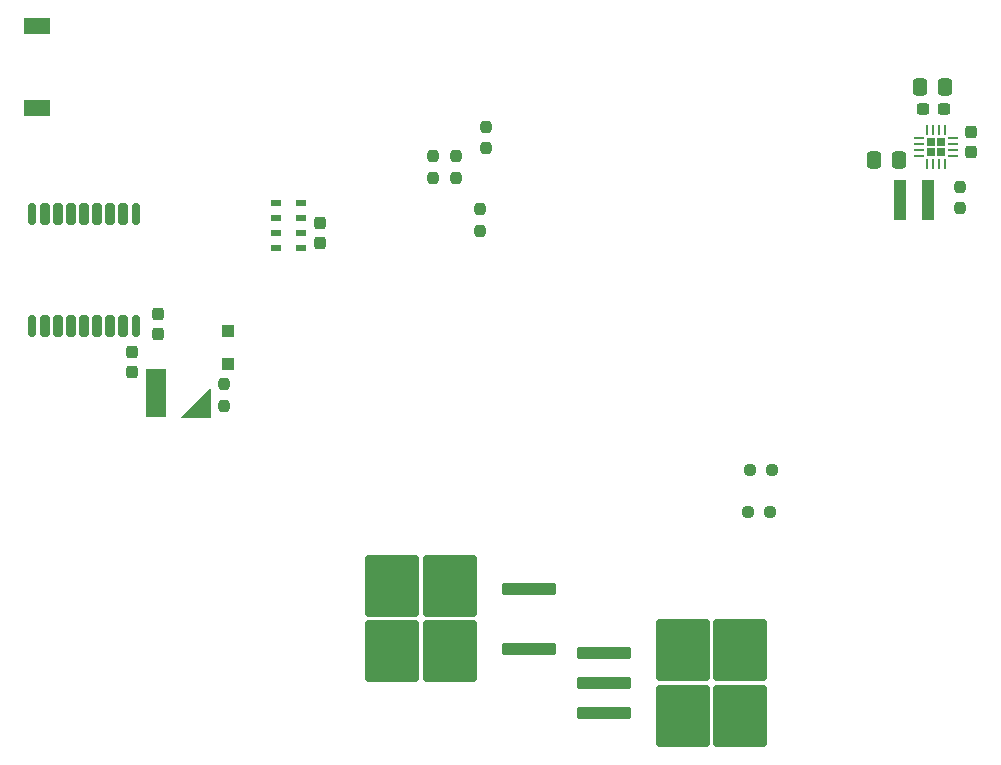
<source format=gtp>
G04 #@! TF.GenerationSoftware,KiCad,Pcbnew,8.0.1*
G04 #@! TF.CreationDate,2024-10-28T21:29:32-04:00*
G04 #@! TF.ProjectId,GHOUL-CloudCruiser,47484f55-4c2d-4436-9c6f-756443727569,rev?*
G04 #@! TF.SameCoordinates,Original*
G04 #@! TF.FileFunction,Paste,Top*
G04 #@! TF.FilePolarity,Positive*
%FSLAX46Y46*%
G04 Gerber Fmt 4.6, Leading zero omitted, Abs format (unit mm)*
G04 Created by KiCad (PCBNEW 8.0.1) date 2024-10-28 21:29:32*
%MOMM*%
%LPD*%
G01*
G04 APERTURE LIST*
G04 Aperture macros list*
%AMRoundRect*
0 Rectangle with rounded corners*
0 $1 Rounding radius*
0 $2 $3 $4 $5 $6 $7 $8 $9 X,Y pos of 4 corners*
0 Add a 4 corners polygon primitive as box body*
4,1,4,$2,$3,$4,$5,$6,$7,$8,$9,$2,$3,0*
0 Add four circle primitives for the rounded corners*
1,1,$1+$1,$2,$3*
1,1,$1+$1,$4,$5*
1,1,$1+$1,$6,$7*
1,1,$1+$1,$8,$9*
0 Add four rect primitives between the rounded corners*
20,1,$1+$1,$2,$3,$4,$5,0*
20,1,$1+$1,$4,$5,$6,$7,0*
20,1,$1+$1,$6,$7,$8,$9,0*
20,1,$1+$1,$8,$9,$2,$3,0*%
G04 Aperture macros list end*
%ADD10C,0.000100*%
%ADD11R,0.980000X3.400000*%
%ADD12RoundRect,0.237500X-0.250000X-0.237500X0.250000X-0.237500X0.250000X0.237500X-0.250000X0.237500X0*%
%ADD13RoundRect,0.237500X-0.237500X0.300000X-0.237500X-0.300000X0.237500X-0.300000X0.237500X0.300000X0*%
%ADD14RoundRect,0.237500X0.237500X-0.250000X0.237500X0.250000X-0.237500X0.250000X-0.237500X-0.250000X0*%
%ADD15R,2.259800X1.362800*%
%ADD16RoundRect,0.237500X-0.300000X-0.237500X0.300000X-0.237500X0.300000X0.237500X-0.300000X0.237500X0*%
%ADD17R,0.950000X0.550000*%
%ADD18RoundRect,0.237500X0.237500X-0.300000X0.237500X0.300000X-0.237500X0.300000X-0.237500X-0.300000X0*%
%ADD19RoundRect,0.182500X0.182500X-0.182500X0.182500X0.182500X-0.182500X0.182500X-0.182500X-0.182500X0*%
%ADD20RoundRect,0.062500X0.062500X-0.350000X0.062500X0.350000X-0.062500X0.350000X-0.062500X-0.350000X0*%
%ADD21RoundRect,0.062500X0.350000X-0.062500X0.350000X0.062500X-0.350000X0.062500X-0.350000X-0.062500X0*%
%ADD22RoundRect,0.175000X0.175000X-0.725000X0.175000X0.725000X-0.175000X0.725000X-0.175000X-0.725000X0*%
%ADD23RoundRect,0.200000X0.200000X-0.700000X0.200000X0.700000X-0.200000X0.700000X-0.200000X-0.700000X0*%
%ADD24RoundRect,0.250000X-0.337500X-0.475000X0.337500X-0.475000X0.337500X0.475000X-0.337500X0.475000X0*%
%ADD25RoundRect,0.250000X0.300000X-0.300000X0.300000X0.300000X-0.300000X0.300000X-0.300000X-0.300000X0*%
%ADD26R,1.700000X4.100000*%
%ADD27RoundRect,0.250000X-2.050000X-0.300000X2.050000X-0.300000X2.050000X0.300000X-2.050000X0.300000X0*%
%ADD28RoundRect,0.250000X-2.025000X-2.375000X2.025000X-2.375000X2.025000X2.375000X-2.025000X2.375000X0*%
%ADD29RoundRect,0.250000X2.050000X0.300000X-2.050000X0.300000X-2.050000X-0.300000X2.050000X-0.300000X0*%
%ADD30RoundRect,0.250000X2.025000X2.375000X-2.025000X2.375000X-2.025000X-2.375000X2.025000X-2.375000X0*%
%ADD31RoundRect,0.237500X-0.237500X0.250000X-0.237500X-0.250000X0.237500X-0.250000X0.237500X0.250000X0*%
%ADD32RoundRect,0.250000X0.337500X0.475000X-0.337500X0.475000X-0.337500X-0.475000X0.337500X-0.475000X0*%
G04 APERTURE END LIST*
D10*
X117600000Y-95200000D02*
X115200000Y-95200000D01*
X117600000Y-92800000D01*
X117600000Y-95200000D01*
G36*
X117600000Y-95200000D02*
G01*
X115200000Y-95200000D01*
X117600000Y-92800000D01*
X117600000Y-95200000D01*
G37*
D11*
X178385000Y-76800000D03*
X176015000Y-76800000D03*
D12*
X163187500Y-103200000D03*
X165012500Y-103200000D03*
D13*
X113250000Y-86437500D03*
X113250000Y-88162500D03*
D14*
X118850000Y-94212500D03*
X118850000Y-92387500D03*
D13*
X111050000Y-89637500D03*
X111050000Y-91362500D03*
D15*
X103000000Y-69000000D03*
X103000000Y-62074598D03*
D14*
X181100000Y-77512500D03*
X181100000Y-75687500D03*
D16*
X178037500Y-69100000D03*
X179762500Y-69100000D03*
D12*
X163387500Y-99700000D03*
X165212500Y-99700000D03*
D17*
X125350000Y-80850000D03*
X125350000Y-79600000D03*
X125350000Y-78350000D03*
X125350000Y-77100000D03*
X123200000Y-77100000D03*
X123200000Y-78350000D03*
X123200000Y-79600000D03*
X123200000Y-80850000D03*
D18*
X182100000Y-72762500D03*
X182100000Y-71037500D03*
D14*
X141000000Y-72412500D03*
X141000000Y-70587500D03*
D19*
X178680000Y-72732500D03*
X179520000Y-72732500D03*
X178680000Y-71892500D03*
X179520000Y-71892500D03*
D20*
X178350000Y-73775000D03*
X178850000Y-73775000D03*
X179350000Y-73775000D03*
X179850000Y-73775000D03*
D21*
X180562500Y-73062500D03*
X180562500Y-72562500D03*
X180562500Y-72062500D03*
X180562500Y-71562500D03*
D20*
X179850000Y-70850000D03*
X179350000Y-70850000D03*
X178850000Y-70850000D03*
X178350000Y-70850000D03*
D21*
X177637500Y-71562500D03*
X177637500Y-72062500D03*
X177637500Y-72562500D03*
X177637500Y-73062500D03*
D14*
X138500000Y-74912500D03*
X138500000Y-73087500D03*
D22*
X102600000Y-87500000D03*
D23*
X103700000Y-87500000D03*
X104800000Y-87500000D03*
X105900000Y-87500000D03*
X107000000Y-87500000D03*
X108100000Y-87500000D03*
X109200000Y-87500000D03*
X110300000Y-87500000D03*
D22*
X111400000Y-87500000D03*
X111400000Y-78000000D03*
D23*
X110300000Y-78000000D03*
X109200000Y-78000000D03*
X108100000Y-78000000D03*
X107000000Y-78000000D03*
X105900000Y-78000000D03*
X104800000Y-78000000D03*
X103700000Y-78000000D03*
D22*
X102600000Y-78000000D03*
D24*
X177762500Y-67200000D03*
X179837500Y-67200000D03*
D14*
X140500000Y-79412500D03*
X140500000Y-77587500D03*
D25*
X119150000Y-90700000D03*
X119150000Y-87900000D03*
D18*
X126950000Y-80462500D03*
X126950000Y-78737500D03*
D26*
X113050000Y-93150000D03*
D27*
X150950000Y-115160000D03*
X150950000Y-117700000D03*
D28*
X157675000Y-114925000D03*
X157675000Y-120475000D03*
X162525000Y-114925000D03*
X162525000Y-120475000D03*
D27*
X150950000Y-120240000D03*
D29*
X144650000Y-114790000D03*
D30*
X137925000Y-115025000D03*
X137925000Y-109475000D03*
X133075000Y-115025000D03*
X133075000Y-109475000D03*
D29*
X144650000Y-109710000D03*
D31*
X136500000Y-73087500D03*
X136500000Y-74912500D03*
D32*
X175937500Y-73400000D03*
X173862500Y-73400000D03*
M02*

</source>
